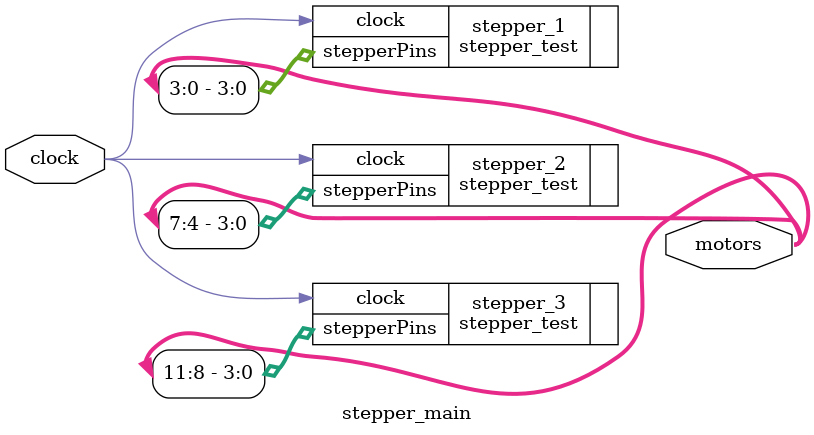
<source format=v>
module stepper_main(clock,motors);

input clock;
output [11:0] motors; //4 pins each for three motors

stepper_test stepper_1(
.clock(clock),
.stepperPins(motors[3:0])
);

stepper_test stepper_2(
.clock(clock),
.stepperPins(motors[7:4])
);

stepper_test stepper_3(
.clock(clock),
.stepperPins(motors[11:8])
);

endmodule
</source>
